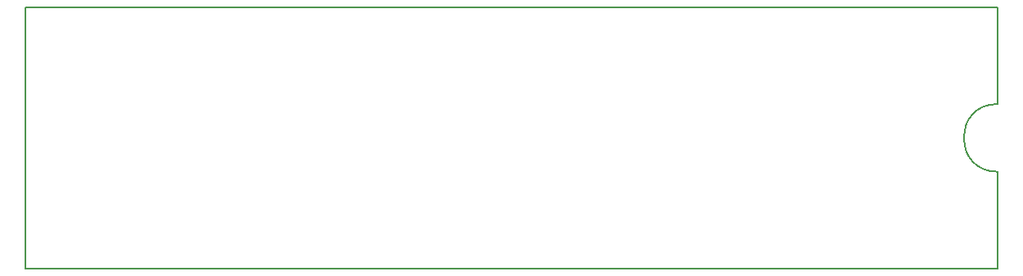
<source format=gbr>
%TF.GenerationSoftware,KiCad,Pcbnew,9.0.3*%
%TF.CreationDate,2025-07-13T21:34:21+02:00*%
%TF.ProjectId,PCB_Ruler,5043425f-5275-46c6-9572-2e6b69636164,rev?*%
%TF.SameCoordinates,Original*%
%TF.FileFunction,Profile,NP*%
%FSLAX46Y46*%
G04 Gerber Fmt 4.6, Leading zero omitted, Abs format (unit mm)*
G04 Created by KiCad (PCBNEW 9.0.3) date 2025-07-13 21:34:21*
%MOMM*%
%LPD*%
G01*
G04 APERTURE LIST*
%TA.AperFunction,Profile*%
%ADD10C,0.200000*%
%TD*%
G04 APERTURE END LIST*
D10*
X70000000Y-120000000D02*
X70000000Y-93000000D01*
X170500000Y-93000000D02*
X170500000Y-103000000D01*
X170500000Y-110000000D02*
G75*
G02*
X170500000Y-103000000I0J3500000D01*
G01*
X70000000Y-93000000D02*
X170500000Y-93000000D01*
X170500000Y-110000000D02*
X170500000Y-120000000D01*
X170500000Y-120000000D02*
X70000000Y-120000000D01*
M02*

</source>
